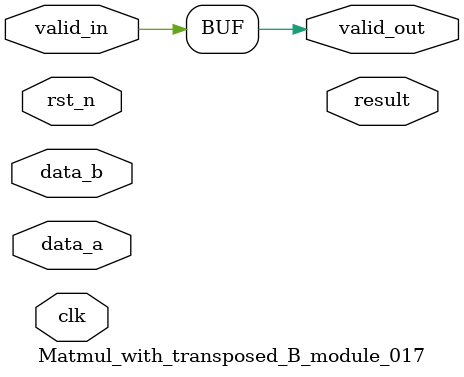
<source format=v>

module Matmul_with_transposed_B_module_017 (
    input clk,
    input rst_n,
    input valid_in,
    output valid_out,
    // Add specific ports based on operator type
    input [31:0] data_a,
    input [31:0] data_b,
    output [31:0] result
);

    // Module implementation would go here
    // This is a template - actual implementation depends on the operator
    
        // Generic operator implementation
    assign output_data = input_data; // Placeholder
    assign valid_out = valid_in;

endmodule

</source>
